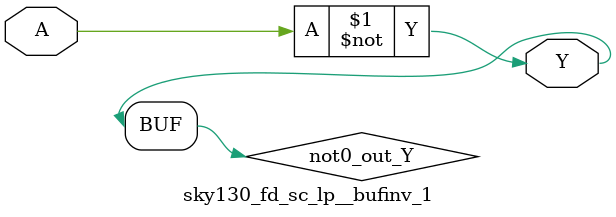
<source format=v>
module sky130_fd_sc_lp__bufinv_1 (
    Y,
    A
);
    output Y;
    input  A;
    wire not0_out_Y;
    not not0 (not0_out_Y, A              );
    buf buf0 (Y         , not0_out_Y     );
endmodule
</source>
